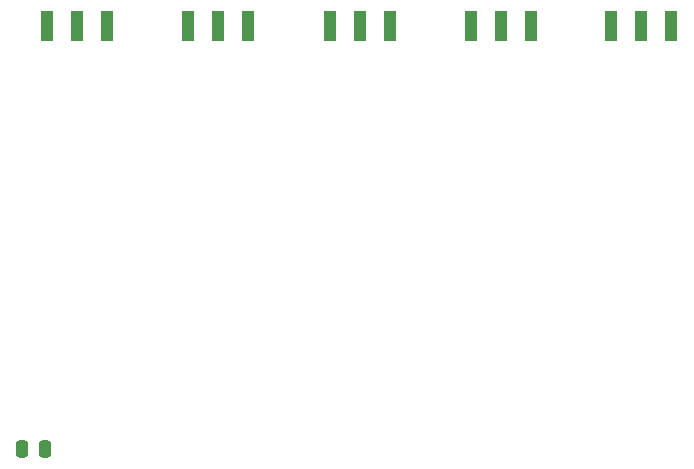
<source format=gbr>
%TF.GenerationSoftware,KiCad,Pcbnew,7.0.2*%
%TF.CreationDate,2023-05-19T03:37:00-07:00*%
%TF.ProjectId,pb_orangepi,70625f6f-7261-46e6-9765-70692e6b6963,rev?*%
%TF.SameCoordinates,PX90013c0PY280de80*%
%TF.FileFunction,Paste,Top*%
%TF.FilePolarity,Positive*%
%FSLAX46Y46*%
G04 Gerber Fmt 4.6, Leading zero omitted, Abs format (unit mm)*
G04 Created by KiCad (PCBNEW 7.0.2) date 2023-05-19 03:37:00*
%MOMM*%
%LPD*%
G01*
G04 APERTURE LIST*
G04 Aperture macros list*
%AMRoundRect*
0 Rectangle with rounded corners*
0 $1 Rounding radius*
0 $2 $3 $4 $5 $6 $7 $8 $9 X,Y pos of 4 corners*
0 Add a 4 corners polygon primitive as box body*
4,1,4,$2,$3,$4,$5,$6,$7,$8,$9,$2,$3,0*
0 Add four circle primitives for the rounded corners*
1,1,$1+$1,$2,$3*
1,1,$1+$1,$4,$5*
1,1,$1+$1,$6,$7*
1,1,$1+$1,$8,$9*
0 Add four rect primitives between the rounded corners*
20,1,$1+$1,$2,$3,$4,$5,0*
20,1,$1+$1,$4,$5,$6,$7,0*
20,1,$1+$1,$6,$7,$8,$9,0*
20,1,$1+$1,$8,$9,$2,$3,0*%
G04 Aperture macros list end*
%ADD10R,1.000000X2.510000*%
%ADD11RoundRect,0.250000X-0.250000X-0.475000X0.250000X-0.475000X0.250000X0.475000X-0.250000X0.475000X0*%
G04 APERTURE END LIST*
D10*
%TO.C,J6*%
X61540000Y-4655000D03*
X59000000Y-4655000D03*
X56460000Y-4655000D03*
%TD*%
%TO.C,J5*%
X49620000Y-4655000D03*
X47080000Y-4655000D03*
X44540000Y-4655000D03*
%TD*%
%TO.C,J4*%
X32620000Y-4655000D03*
X35160000Y-4655000D03*
X37700000Y-4655000D03*
%TD*%
%TO.C,J3*%
X25700000Y-4655000D03*
X23160000Y-4655000D03*
X20620000Y-4655000D03*
%TD*%
%TO.C,J2*%
X8660000Y-4655000D03*
X11200000Y-4655000D03*
X13740000Y-4655000D03*
%TD*%
D11*
%TO.C,C2*%
X6600000Y-40500000D03*
X8500000Y-40500000D03*
%TD*%
M02*

</source>
